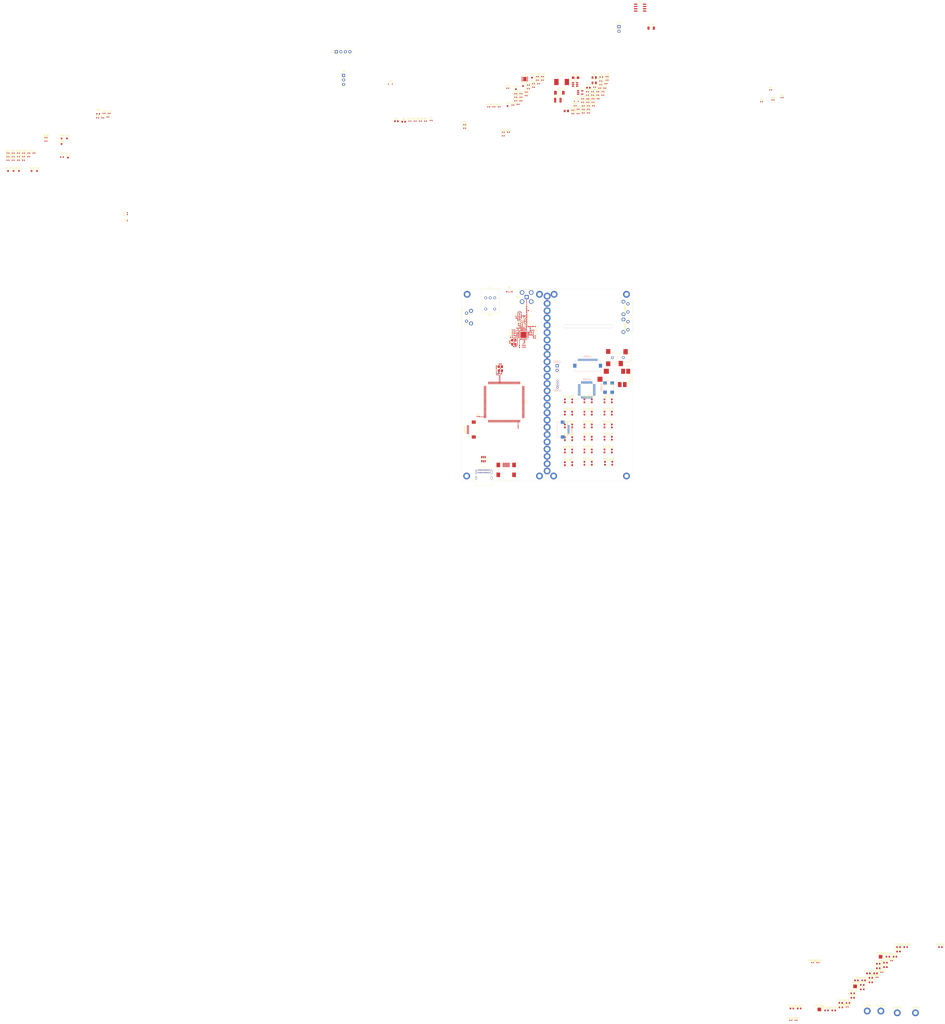
<source format=kicad_pcb>
(kicad_pcb (version 20211014) (generator pcbnew)
  (layers (0 "F.Cu" signal) (1 "In1.Cu" signal) (2 "In2.Cu" signal) (31 "B.Cu" signal) (34 "B.Paste" user) (35 "F.Paste" user) (36 "B.SilkS" user "B.Silkscreen") (37 "F.SilkS" user "F.Silkscreen") (38 "B.Mask" user) (39 "F.Mask" user) (44 "Edge.Cuts" user))
  (net 0 "")
  (net 1 "GND")
  (net 2 "XTAL_1")
  (net 3 "XTAL_2")
  (net 4 "Net-(C4-Pad2)")
  (net 5 "Net-(C5-Pad2)")
  (net 6 "CC_X1")
  (net 7 "CC_X2")
  (net 8 "Net-(C61-Pad1)")
  (net 9 "Net-(C173-Pad2)")
  (net 10 "Net-(C174-Pad1)")
  (net 11 "Net-(C175-Pad1)")
  (net 12 "Net-(C176-Pad1)")
  (net 13 "Net-(C191-Pad2)")
  (net 14 "MIC")
  (net 15 "Net-(C15-Pad2)")
  (net 16 "Net-(C16-Pad1)")
  (net 17 "Net-(C17-Pad1)")
  (net 18 "Net-(C18-Pad1)")
  (net 19 "Net-(C19-Pad1)")
  (net 20 "VDD")
  (net 21 "Net-(C22-Pad2)")
  (net 22 "Net-(C23-Pad1)")
  (net 23 "Net-(C23-Pad2)")
  (net 24 "Net-(C24-Pad1)")
  (net 25 "Net-(C25-Pad1)")
  (net 26 "Net-(C25-Pad2)")
  (net 27 "ENC_A")
  (net 28 "Net-(C26-Pad2)")
  (net 29 "+3V3")
  (net 30 "+5V")
  (net 31 "Net-(C35-Pad2)")
  (net 32 "Net-(C37-Pad1)")
  (net 33 "Net-(C38-Pad1)")
  (net 34 "Net-(C38-Pad2)")
  (net 35 "VDDA")
  (net 36 "LNA_P")
  (net 37 "Net-(C211-Pad1)")
  (net 38 "LNA_N")
  (net 39 "Net-(C231-Pad1)")
  (net 40 "PA")
  (net 41 "Net-(C231-Pad2)")
  (net 42 "Net-(C261-Pad1)")
  (net 43 "TRX_SW")
  (net 44 "Net-(C291-Pad1)")
  (net 45 "Net-(D1-Pad2)")
  (net 46 "Net-(D3-Pad1)")
  (net 47 "BAT_MEAS")
  (net 48 "Net-(F1-Pad1)")
  (net 49 "SPK_MUTE")
  (net 50 "Net-(J1-PadA5)")
  (net 51 "/Interface/xUDP")
  (net 52 "/Interface/xUDN")
  (net 54 "Net-(J1-PadB5)")
  (net 56 "Net-(J2-Pad1)")
  (net 57 "Net-(J2-Pad2)")
  (net 58 "NRST")
  (net 59 "SD_D2")
  (net 60 "SD_D3")
  (net 61 "SD_CMD")
  (net 62 "SD_CLK")
  (net 63 "SD_D0")
  (net 64 "SD_D1")
  (net 65 "SD_DET")
  (net 66 "USART1_RX")
  (net 67 "USART1_TX")
  (net 68 "OLED_RST")
  (net 69 "OLED_DC")
  (net 70 "OLED_CS")
  (net 71 "OLED_SPI_SCK")
  (net 72 "OLED_SPI_MOSI")
  (net 73 "Net-(J8-Pad1)")
  (net 74 "SWCLK")
  (net 75 "SWDIO")
  (net 76 "Net-(R5-Pad1)")
  (net 77 "ENC_B")
  (net 78 "Net-(R6-Pad1)")
  (net 79 "USB_DP")
  (net 80 "Net-(R141-Pad1)")
  (net 81 "Net-(R10-Pad1)")
  (net 82 "Net-(R11-Pad1)")
  (net 83 "MIC_GAIN")
  (net 84 "Net-(R12-Pad1)")
  (net 85 "ENC_BTN")
  (net 86 "AF_OUT")
  (net 87 "Net-(R20-Pad2)")
  (net 88 "Net-(R21-Pad2)")
  (net 89 "VBAT")
  (net 90 "Net-(C1002-Pad1)")
  (net 91 "Net-(C10-Pad1)")
  (net 92 "LED-PTT")
  (net 93 "LED-SYNC")
  (net 94 "BTN_F1")
  (net 95 "LED-ERROR")
  (net 96 "C1")
  (net 97 "R1")
  (net 98 "R2")
  (net 99 "R3")
  (net 100 "R4")
  (net 101 "C2")
  (net 102 "C3")
  (net 103 "AUDIO_MIC")
  (net 108 "SPK_P")
  (net 110 "RTC_X1")
  (net 111 "RTC_X2")
  (net 122 "SPK_N")
  (net 123 "Net-(D5-Pad2)")
  (net 124 "Net-(D6-Pad2)")
  (net 125 "MIC_MUTE")
  (net 128 "Net-(D6-Pad3)")
  (net 149 "Net-(D6-Pad4)")
  (net 159 "Net-(FB3-Pad2)")
  (net 160 "INT_SPK")
  (net 162 "USB_DM")
  (net 163 "CC_NCS")
  (net 164 "Net-(R36-Pad2)")
  (net 174 "CC_GPIO3")
  (net 175 "CC_GPIO2")
  (net 176 "CC_GPIO0")
  (net 178 "CC_SCLK")
  (net 179 "CC_MISO")
  (net 180 "CC_MOSI")
  (net 182 "CC_NRST")
  (net 183 "Net-(R29-Pad2)")
  (net 186 "PTT_IN")
  (net 187 "Net-(R37-Pad2)")
  (net 191 "Net-(C2-Pad2)")
  (net 192 "Net-(R40-Pad2)")
  (net 193 "Net-(R42-Pad2)")
  (net 194 "Net-(TP5-Pad1)")
  (net 195 "Net-(TP6-Pad1)")
  (net 196 "LED_SYNC")
  (net 197 "LED_PTT")
  (net 198 "LED_ERR")
  (net 199 "BOOT0")
  (net 200 "Net-(C1002-Pad2)")
  (net 202 "Net-(C1005-Pad2)")
  (net 203 "Net-(C1011-Pad1)")
  (net 204 "Net-(C1012-Pad1)")
  (net 205 "BTN_F2")
  (net 206 "Net-(J1001-Pad2)")
  (net 207 "TFT_RST")
  (net 208 "SPI1_MOSI")
  (net 209 "SPI1_CS")
  (net 210 "SPI1_SCK")
  (net 211 "Net-(J1003-Pad21)")
  (net 212 "TFT_LED")
  (net 213 "TX")
  (net 214 "RX")
  (net 215 "R6")
  (net 216 "R5")
  (net 217 "F1")
  (net 218 "F2")
  (net 219 "Net-(R8001-Pad2)")
  (net 220 "Net-(R8002-Pad2)")
  (net 229 "OSC")
  (footprint "Capacitor_SMD:C_0402_1005Metric" (layer "F.Cu") (at 172.572 -71.447)
    (fp_text reference "C39")
    (fp_text value "1u")
  )
  (footprint "Capacitor_SMD:C_0402_1005Metric" (layer "F.Cu") (at 172.862 -67.507)
    (fp_text reference "C57")
    (fp_text value "100nF")
  )
  (footprint "Capacitor_SMD:C_0402_1005Metric" (layer "F.Cu") (at 178.082 -73.487)
    (fp_text reference "C43")
    (fp_text value "100n")
  )
  (footprint "" (layer "F.Cu") (at 149.86 71.12)
    (fp_text reference "")
    (fp_text value "")
  )
  (footprint "Capacitor_SMD:C_0402_1005Metric" (layer "F.Cu") (at 178.082 -75.457)
    (fp_text reference "C38")
    (fp_text value "100n")
  )
  (footprint "" (layer "F.Cu") (at 149.86 79.248)
    (fp_text reference "")
    (fp_text value "")
  )
  (footprint "Inductor_SMD:L_0402_1005Metric" (layer "F.Cu") (at 133.555 50.341 90)
    (fp_text reference "L201")
    (fp_text value "27n")
  )
  (footprint "Capacitor_SMD:C_0603_1608Metric" (layer "F.Cu") (at 322.434 420.316)
    (fp_text reference "C1004")
    (fp_text value "100n")
  )
  (footprint "Capacitor_SMD:C_0402_1005Metric" (layer "F.Cu") (at 133.7375 111.660359 90)
    (fp_text reference "C4")
    (fp_text value "2u2")
  )
  (footprint "Resistor_SMD:R_0603_1608Metric" (layer "F.Cu") (at 313.754 435.376)
    (fp_text reference "R1006")
    (fp_text value "47k")
  )
  (footprint "Resistor_SMD:R_0402_1005Metric" (layer "F.Cu") (at 103.862 -55.057)
    (fp_text reference "R30")
    (fp_text value "47k")
  )
  (footprint "Capacitor_SMD:C_0402_1005Metric" (layer "F.Cu") (at 169.992 -65.537)
    (fp_text reference "C67")
    (fp_text value "100nF")
  )
  (footprint "Capacitor_SMD:C_0402_1005Metric" (layer "F.Cu") (at 169.702 -71.447)
    (fp_text reference "C66")
    (fp_text value "100nF")
  )
  (footprint "Resistor_SMD:R_0402_1005Metric" (layer "F.Cu") (at 300.894 410.406)
    (fp_text reference "R8003")
    (fp_text value "10k")
  )
  (footprint "Capacitor_SMD:C_0402_1005Metric" (layer "F.Cu") (at 144.402 -83.837)
    (fp_text reference "C28")
    (fp_text value "100n")
  )
  (footprint "Capacitor_SMD:C_0402_1005Metric" (layer "F.Cu") (at 172.862 -65.537)
    (fp_text reference "C36")
    (fp_text value "47n")
  )
  (footprint "Capacitor_SMD:C_0402_1005Metric" (layer "F.Cu") (at 135.262 -70.377)
    (fp_text reference "C17")
    (fp_text value "470n")
  )
  (footprint "Button_Switch_SMD:SW_Push_1P1T_NO_CK_KMR2" (layer "F.Cu") (at 161.798 118.11)
    (fp_text reference "SW1005")
    (fp_text value "SW_Push")
  )
  (footprint "Capacitor_SMD:C_0402_1005Metric" (layer "F.Cu") (at 130.915 58.576 180)
    (fp_text reference "C261")
    (fp_text value "47n")
  )
  (footprint "Capacitor_SMD:C_0402_1005Metric" (layer "F.Cu") (at 175.212 -75.427)
    (fp_text reference "C58")
    (fp_text value "100nF")
  )
  (footprint "Connector_USB:USB_Mini-B_Wuerth_65100516121_Horizontal" (layer "F.Cu") (at 127 135.373)
    (fp_text reference "J3")
    (fp_text value "Micro_SD_Card_Det")
  )
  (footprint "Connector_FFC-FPC:Hirose_FH12-10S-0.5SH_1x10-1MP_P0.50mm_Horizontal" (layer "F.Cu") (at 107.508 113.03 90)
    (fp_text reference "J6001")
    (fp_text value "HMI")
  )
  (footprint "Resistor_SMD:R_0402_1005Metric" (layer "F.Cu") (at -142.216 -41.192)
    (fp_text reference "R8")
    (fp_text value "10k")
  )
  (footprint "Resistor_SMD:R_0402_1005Metric" (layer "F.Cu") (at -148.036 -39.202)
    (fp_text reference "R41")
    (fp_text value "10k")
  )
  (footprint "Capacitor_SMD:C_0402_1005Metric" (layer "F.Cu") (at 138 49.656 180)
    (fp_text reference "C181")
    (fp_text value "5.1p")
  )
  (footprint "Button_Switch_SMD:SW_Push_1P1T_NO_CK_KMR2" (layer "F.Cu") (at 172.72 103.886)
    (fp_text reference "SW1009")
    (fp_text value "SW_Push")
  )
  (footprint "Capacitor_SMD:C_0402_1005Metric" (layer "F.Cu") (at 130.915 59.576 180)
    (fp_text reference "C271")
    (fp_text value "47n")
  )
  (footprint "Package_TO_SOT_SMD:SOT-23-6" (layer "F.Cu") (at 114.3 129.54 -90)
    (fp_text reference "U1")
    (fp_text value "USBLC6-2")
  )
  (footprint "Capacitor_SMD:C_0603_1608Metric" (layer "F.Cu") (at 329.084 416.366)
    (fp_text reference "C1012")
    (fp_text value "100n")
  )
  (footprint "Crystal:Crystal_SMD_3225-4Pin_3.2x2.5mm" (layer "F.Cu") (at 123.7645 79.0675 -90)
    (fp_text reference "Y1")
    (fp_text value "8 MHz")
  )
  (footprint "" (layer "F.Cu") (at 149.86 42.672)
    (fp_text reference "")
    (fp_text value "")
  )
  (footprint "Resistor_SMD:R_0402_1005Metric" (layer "F.Cu") (at 139.372 -77.187)
    (fp_text reference "R19")
    (fp_text value "2k")
  )
  (footprint "Capacitor_SMD:C_0402_1005Metric" (layer "F.Cu") (at 167.122 -65.597)
    (fp_text reference "C63")
    (fp_text value "100nF")
  )
  (footprint "" (layer "F.Cu") (at 149.86 58.928)
    (fp_text reference "")
    (fp_text value "")
  )
  (footprint "Resistor_SMD:R_0402_1005Metric" (layer "F.Cu") (at 125.382 -50.817)
    (fp_text reference "R33")
    (fp_text value "47k")
  )
  (footprint "TestPoint:TestPoint_Pad_D1.0mm" (layer "F.Cu") (at 136.392 -78.647)
    (fp_text reference "TP1")
    (fp_text value "TP_MIC")
  )
  (footprint "Button_Switch_SMD:SW_Push_1P1T_NO_CK_KMR2" (layer "F.Cu") (at 161.798 124.968)
    (fp_text reference "SW1006")
    (fp_text value "SW_Push")
  )
  (footprint "Button_Switch_SMD:SW_Push_1P1T_NO_CK_KMR2" (layer "F.Cu") (at 172.72 97.028)
    (fp_text reference "SW1008")
    (fp_text value "SW_Push")
  )
  (footprint "" (layer "F.Cu") (at 149.86 95.504)
    (fp_text reference "")
    (fp_text value "")
  )
  (footprint "TestPoint:TestPoint_Pad_D1.0mm" (layer "F.Cu") (at -134.706 -31.242)
    (fp_text reference "TP6")
    (fp_text value "TP_A")
  )
  (footprint "Capacitor_SMD:C_1210_3225Metric" (layer "F.Cu") (at 155.842 -70.697)
    (fp_text reference "C41")
    (fp_text value "22u")
  )
  (footprint "Resistor_SMD:R_0402_1005Metric" (layer "F.Cu") (at 125.382 -52.807)
    (fp_text reference "R34")
    (fp_text value "47k")
  )
  (footprint "Fuse:Fuse_0805_2012Metric" (layer "F.Cu") (at 176.112 -80.397)
    (fp_text reference "FB1")
    (fp_text value "FB0805")
  )
  (footprint "" (layer "F.Cu") (at 149.86 99.568)
    (fp_text reference "")
    (fp_text value "")
  )
  (footprint "" (layer "F.Cu") (at 149.86 119.888)
    (fp_text reference "")
    (fp_text value "")
  )
  (footprint "Fuse:Fuse_0805_2012Metric" (layer "F.Cu") (at 176.112 -83.347)
    (fp_text reference "FB2")
    (fp_text value "FB0805")
  )
  (footprint "TestPoint:TestPoint_Pad_D1.0mm" (layer "F.Cu") (at -137.756 -31.242)
    (fp_text reference "TP5")
    (fp_text value "TP_B")
  )
  (footprint "Capacitor_SMD:C_0402_1005Metric" (layer "F.Cu") (at 131.81 66.751 180)
    (fp_text reference "C311")
    (fp_text value "12p")
  )
  (footprint "" (layer "F.Cu") (at 149.86 67.056)
    (fp_text reference "")
    (fp_text value "")
  )
  (footprint "Capacitor_SMD:C_0402_1005Metric" (layer "F.Cu") (at 138.172 -73.237)
    (fp_text reference "C22")
    (fp_text value "1n")
  )
  (footprint "Capacitor_SMD:C_0402_1005Metric" (layer "F.Cu") (at 142.262 -79.897)
    (fp_text reference "C21")
    (fp_text value "2u2")
  )
  (footprint "Resistor_SMD:R_0402_1005Metric" (layer "F.Cu") (at 176.332 -77.927)
    (fp_text reference "R22")
    (fp_text value "126k")
  )
  (footprint "Crystal:Crystal_SMD_3225-4Pin_3.2x2.5mm" (layer "F.Cu") (at 131.265 64.276 -90)
    (fp_text reference "Y3")
    (fp_text value "40 MHz")
  )
  (footprint "Capacitor_SMD:C_0402_1005Metric" (layer "F.Cu") (at 175.732 -67.547)
    (fp_text reference "C56")
    (fp_text value "100nF")
  )
  (footprint "Inductor_SMD:L_0402_1005Metric" (layer "F.Cu") (at 136.08 49.676 180)
    (fp_text reference "L193")
    (fp_text value "15n")
  )
  (footprint "Button_Switch_SMD:SW_Push_1P1T_NO_CK_KMR2" (layer "F.Cu") (at 161.798 132.08)
    (fp_text reference "SW1007")
    (fp_text value "SW_Push")
  )
  (footprint "Resistor_SMD:R_0402_1005Metric" (layer "F.Cu") (at 164.232 -65.177)
    (fp_text reference "R20")
    (fp_text value "100k")
  )
  (footprint "" (layer "F.Cu") (at 194.1322 138.938)
    (fp_text reference "")
    (fp_text value "")
  )
  (footprint "Capacitor_SMD:C_0603_1608Metric" (layer "F.Cu") (at 334.594 413.526)
    (fp_text reference "C1005")
    (fp_text value "100n")
  )
  (footprint "Capacitor_SMD:C_0402_1005Metric" (layer "F.Cu") (at 175.442 -69.517)
    (fp_text reference "C72")
    (fp_text value "47n")
  )
  (footprint "Resistor_SMD:R_0402_1005Metric" (layer "F.Cu") (at 132.372 -72.337)
    (fp_text reference "R14")
    (fp_text value "10k")
  )
  (footprint "Resistor_SMD:R_0402_1005Metric" (layer "F.Cu") (at -84.328 -7.364 90)
    (fp_text reference "R25")
    (fp_text value "680R")
  )
  (footprint "Capacitor_SMD:C_0402_1005Metric" (layer "F.Cu") (at 134.43 66.736 -90)
    (fp_text reference "C11")
    (fp_text value "47n")
  )
  (footprint "Inductor_SMD:L_Vishay_IHLP-2525" (layer "F.Cu") (at 157.942 -80.847)
    (fp_text reference "L1")
    (fp_text value "10u")
  )
  (footprint "Resistor_SMD:R_0402_1005Metric" (layer "F.Cu") (at 141.6511 58.702583)
    (fp_text reference "R141")
    (fp_text value "56k")
  )
  (footprint "Diode_SMD:D_0603_1608Metric" (layer "F.Cu") (at 65.782 -58.977)
    (fp_text reference "D7")
    (fp_text value "Sync")
  )
  (footprint "Capacitor_SMD:C_0402_1005Metric" (layer "F.Cu") (at 183.302 -83.837)
    (fp_text reference "C59")
    (fp_text value "100nF")
  )
  (footprint "Resistor_SMD:R_0402_1005Metric" (layer "F.Cu") (at 269.496 -69.85)
    (fp_text reference "R1")
    (fp_text value "5k1")
  )
  (footprint "" (layer "F.Cu") (at 145.5928 37.592)
    (fp_text reference "")
    (fp_text value "")
  )
  (footprint "Resistor_SMD:R_0402_1005Metric" (layer "F.Cu") (at 179.772 -81.377)
    (fp_text reference "R23")
    (fp_text value "18k 1%")
  )
  (footprint "Resistor_SMD:R_0402_1005Metric" (layer "F.Cu") (at 172.322 -75.417)
    (fp_text reference "R35")
    (fp_text value "1k")
  )
  (footprint "TestPoint:TestPoint_Pad_D1.0mm" (layer "F.Cu") (at 127.792 -67.427)
    (fp_text reference "TP2")
    (fp_text value "TP_MIC_POST")
  )
  (footprint "Resistor_SMD:R_0402_1005Metric" (layer "F.Cu") (at 128.292 -52.807)
    (fp_text reference "R31")
    (fp_text value "47k")
  )
  (footprint "Capacitor_SMD:C_0402_1005Metric" (layer "F.Cu") (at 333.894 418.606)
    (fp_text reference "C8001")
    (fp_text value "100n")
  )
  (footprint "Diode_SMD:D_0603_1608Metric" (layer "F.Cu") (at 290.474 435.976)
    (fp_text reference "D1002")
    (fp_text value "LED")
  )
  (footprint "Inductor_SMD:L_0402_1005Metric" (layer "F.Cu") (at 137.97 52.646 180)
    (fp_text reference "L172")
    (fp_text value "15n")
  )
  (footprint "Resistor_SMD:R_0402_1005Metric" (layer "F.Cu") (at 121.5045 78.0575 90)
    (fp_text reference "R7")
    (fp_text value "0R")
  )
  (footprint "Resistor_SMD:R_0402_1005Metric" (layer "F.Cu") (at -97.386 -63.312)
    (fp_text reference "R9")
    (fp_text value "10k")
  )
  (footprint "Capacitor_SMD:C_0402_1005Metric" (layer "F.Cu") (at 111.3575 105.7415)
    (fp_text reference "C5")
    (fp_text value "2u2")
  )
  (footprint "" (layer "F.Cu") (at 149.86 119.888)
    (fp_text reference "")
    (fp_text value "")
  )
  (footprint "Button_Switch_THT:SW_Tactile_SPST_Angled_PTS645Vx31-2LFS" (layer "F.Cu") (at 194.9475 52.843 -90)
    (fp_text reference "SW8001")
    (fp_text value "F1")
  )
  (footprint "Button_Switch_SMD:SW_Push_1P1T_NO_CK_KMR2" (layer "F.Cu") (at 172.72 124.968)
    (fp_text reference "SW1012")
    (fp_text value "SW_Push")
  )
  (footprint "Capacitor_SMD:C_0402_1005Metric" (layer "F.Cu") (at 178.312 -71.517)
    (fp_text reference "C30")
    (fp_text value "47n")
  )
  (footprint "" (layer "F.Cu") (at 149.86 62.992)
    (fp_text reference "")
    (fp_text value "")
  )
  (footprint "" (layer "F.Cu") (at 149.86 115.824)
    (fp_text reference "")
    (fp_text value "")
  )
  (footprint "Inductor_SMD:L_0603_1608Metric" (layer "F.Cu") (at 339.944 407.066)
    (fp_text reference "FB1001")
    (fp_text value "Ferrite_Bead")
  )
  (footprint "Capacitor_SMD:C_0402_1005Metric" (layer "F.Cu") (at 141.96 57.636)
    (fp_text reference "C172")
    (fp_text value "100p")
  )
  (footprint "Capacitor_SMD:C_0603_1608Metric" (layer "F.Cu") (at 326.444 420.316)
    (fp_text reference "C1011")
    (fp_text value "100n")
  )
  (footprint "Diode_SMD:D_SOD-523" (layer "F.Cu") (at 180.092 -83.597)
    (fp_text reference "D4")
    (fp_text value "3v3")
  )
  (footprint "Capacitor_SMD:C_0402_1005Metric" (layer "F.Cu") (at 142.71 60.846)
    (fp_text reference "C131")
    (fp_text value "47n")
  )
  (footprint "Resistor_SMD:R_0402_1005Metric" (layer "F.Cu") (at 82.022 -59.007)
    (fp_text reference "R3")
    (fp_text value "22")
  )
  (footprint "" (layer "F.Cu") (at 149.86 95.504)
    (fp_text reference "")
    (fp_text value "")
  )
  (footprint "Resistor_SMD:R_0603_1608Metric" (layer "F.Cu") (at 338.604 410.416)
    (fp_text reference "R1009")
    (fp_text value "47k")
  )
  (footprint "Capacitor_SMD:C_0402_1005Metric" (layer "F.Cu") (at 123.7345 81.7575 180)
    (fp_text reference "C3")
    (fp_text value "12p")
  )
  (footprint "Capacitor_SMD:C_0402_1005Metric" (layer "F.Cu") (at 142.84 55.556)
    (fp_text reference "C171")
    (fp_text value "10n")
  )
  (footprint "Capacitor_SMD:C_0402_1005Metric" (layer "F.Cu") (at -95.176 -61.332)
    (fp_text reference "C8")
    (fp_text value "10nF")
  )
  (footprint "Capacitor_SMD:C_0402_1005Metric" (layer "F.Cu") (at 130.752 -67.967)
    (fp_text reference "C15")
    (fp_text value "100n")
  )
  (footprint "" (layer "F.Cu") (at 149.86 87.376)
    (fp_text reference "")
    (fp_text value "")
  )
  (footprint "Resistor_SMD:R_0402_1005Metric" (layer "F.Cu") (at 172.322 -73.427)
    (fp_text reference "R21")
    (fp_text value "24k")
  )
  (footprint "" (layer "F.Cu") (at 149.86 103.632)
    (fp_text reference "")
    (fp_text value "")
  )
  (footprint "" (layer "F.Cu") (at 149.86 111.76)
    (fp_text reference "")
    (fp_text value "")
  )
  (footprint "Capacitor_SMD:C_0402_1005Metric" (layer "F.Cu") (at 147.272 -83.837)
    (fp_text reference "C25")
    (fp_text value "15p")
  )
  (footprint "Package_SO:SOIC-8_3.9x4.9mm_P1.27mm" (layer "F.Cu") (at 201.772 -122.342)
    (fp_text reference "IC1")
    (fp_text value "LM4861M")
  )
  (footprint "Resistor_SMD:R_0402_1005Metric" (layer "F.Cu") (at 79.112 -59.007)
    (fp_text reference "R28")
    (fp_text value "680R")
  )
  (footprint "TestPoint:TestPoint_Pad_2.0x2.0mm" (layer "F.Cu") (at 301.704 436.516)
    (fp_text reference "TP1003")
    (fp_text value "TestPoint")
  )
  (footprint "Inductor_SMD:L_0402_1005Metric" (layer "F.Cu") (at 138.42 45.126 90)
    (fp_text reference "L174")
    (fp_text value "22n")
  )
  (footprint "" (layer "F.Cu") (at 149.86 54.864)
    (fp_text reference "")
    (fp_text value "")
  )
  (footprint "Capacitor_SMD:C_0402_1005Metric" (layer "F.Cu") (at 182.662 -79.897)
    (fp_text reference "C9")
    (fp_text value "100nF")
  )
  (footprint "Capacitor_SMD:C_0603_1608Metric" (layer "F.Cu") (at 330.454 421.386)
    (fp_text reference "C1001")
    (fp_text value "10n")
  )
  (footprint "Resistor_SMD:R_0603_1608Metric" (layer "F.Cu") (at 317.694 432.866)
    (fp_text reference "R1001")
    (fp_text value "10k")
  )
  (footprint "Capacitor_SMD:C_0402_1005Metric" (layer "F.Cu") (at 147.272 -81.867)
    (fp_text reference "C26")
    (fp_text value "100n")
  )
  (footprint "TestPoint:TestPoint_Pad_D1.0mm" (layer "F.Cu") (at -144.776 -31.242)
    (fp_text reference "TP10")
    (fp_text value "TP_5V")
  )
  (footprint "TestPoint:TestPoint_Pad_D1.0mm" (layer "F.Cu") (at -117.986 -49.332)
    (fp_text reference "TP7")
    (fp_text value "TP_CC0")
  )
  (footprint "" (layer "F.Cu") (at 149.86 38.608)
    (fp_text reference "")
    (fp_text value "")
  )
  (footprint "Resistor_SMD:R_0402_1005Metric" (layer "F.Cu") (at -148.036 -37.212)
    (fp_text reference "R37")
    (fp_text value "10k")
  )
  (footprint "Package_TO_SOT_SMD:SOT-23-5" (layer "F.Cu") (at 168.292 -74.997)
    (fp_text reference "U7")
    (fp_text value "TPS73233")
  )
  (footprint "Button_Switch_SMD:SW_Push_1P1T_NO_CK_KMR2" (layer "F.Cu") (at 183.896 117.856)
    (fp_text reference "SW1018")
    (fp_text value "SW_Push")
  )
  (footprint "Capacitor_Tantalum_SMD:CP_EIA-3216-18_Kemet-A" (layer "F.Cu") (at 165.737 -83.247)
    (fp_text reference "C42")
    (fp_text value "10u")
  )
  (footprint "Capacitor_SMD:C_0402_1005Metric" (layer "F.Cu") (at 142.262 -77.927)
    (fp_text reference "C24")
    (fp_text value "100n")
  )
  (footprint "Capacitor_SMD:C_0402_1005Metric" (layer "F.Cu") (at 288.724 442.556)
    (fp_text reference "C2001")
    (fp_text value "100nF")
  )
  (footprint "Capacitor_SMD:C_0402_1005Metric" (layer "F.Cu") (at 140.91 55.536 180)
    (fp_text reference "C173")
    (fp_text value "56p")
  )
  (footprint "Resistor_SMD:R_0402_1005Metric" (layer "F.Cu") (at 76.202 -59.007)
    (fp_text reference "R26")
    (fp_text value "680R")
  )
  (footprint "Capacitor_SMD:C_0402_1005Metric" (layer "F.Cu") (at 129.92 61.576 180)
    (fp_text reference "C291")
    (fp_text value "47n")
  )
  (footprint "Inductor_SMD:L_0402_1005Metric" (layer "F.Cu") (at 134.58 49.266 90)
    (fp_text reference "L192")
    (fp_text value "27n")
  )
  (footprint "" (layer "F.Cu") (at 149.86 50.8)
    (fp_text reference "")
    (fp_text value "")
  )
  (footprint "Capacitor_SMD:C_0402_1005Metric" (layer "F.Cu") (at 138.44 51.146 -90)
    (fp_text reference "C176")
    (fp_text value "2.2p")
  )
  (footprint "Capacitor_SMD:C_0402_1005Metric" (layer "F.Cu") (at -98.046 -60.852)
    (fp_text reference "C1")
    (fp_text value "10nF")
  )
  (footprint "Capacitor_SMD:C_0402_1005Metric" (layer "F.Cu") (at -142.276 -37.222)
    (fp_text reference "C12")
    (fp_text value "10nF")
  )
  (footprint "Capacitor_SMD:C_0603_1608Metric" (layer "F.Cu") (at 320.334 430.026)
    (fp_text reference "C1006")
    (fp_text value "1u")
  )
  (footprint "Resistor_SMD:R_0402_1005Metric" (layer "F.Cu") (at 165.472 -67.577)
    (fp_text reference "R24")
    (fp_text value "10k 1%")
  )
  (footprint "Capacitor_SMD:C_0402_1005Metric" (layer "F.Cu") (at 138.87 46.636)
    (fp_text reference "C175")
    (fp_text value "6.2p")
  )
  (footprint "digikey-footprints:0603" (layer "F.Cu") (at -100.616 -63.072)
    (fp_text reference "FB3")
    (fp_text value "BLM18AG601SN1D")
  )
  (footprint "Resistor_SMD:R_0402_1005Metric" (layer "F.Cu") (at 139.372 -79.177)
    (fp_text reference "R15")
    (fp_text value "2k2")
  )
  (footprint "Capacitor_SMD:C_0402_1005Metric" (layer "F.Cu") (at -139.326 -41.202)
    (fp_text reference "C13")
    (fp_text value "100nF")
  )
  (footprint "" (layer "F.Cu") (at 149.86 58.928)
    (fp_text reference "")
    (fp_text value "")
  )
  (footprint "Capacitor_SMD:C_0402_1005Metric" (layer "F.Cu") (at -94.496 -63.322)
    (fp_text reference "C10")
    (fp_text value "220p")
  )
  (footprint "" (layer "F.Cu") (at 149.86 62.992)
    (fp_text reference "")
    (fp_text value "")
  )
  (footprint "Resistor_SMD:R_0402_1005Metric" (layer "F.Cu") (at -129.746 -49.862)
    (fp_text reference "R38")
    (fp_text value "10k")
  )
  (footprint "Capacitor_SMD:C_0402_1005Metric" (layer "F.Cu") (at 142.76 61.956)
    (fp_text reference "C121")
    (fp_text value "47n")
  )
  (footprint "Capacitor_SMD:C_0402_1005Metric" (layer "F.Cu") (at 135.262 -72.347)
    (fp_text reference "C23")
    (fp_text value "220n")
  )
  (footprint "" (layer "F.Cu") (at 149.86 103.632)
    (fp_text reference "")
    (fp_text value "")
  )
  (footprint "Capacitor_SMD:C_0402_1005Metric" (layer "F.Cu") (at 172.572 -69.477)
    (fp_text reference "C68")
    (fp_text value "10nF")
  )
  (footprint "Button_Switch_SMD:SW_Push_1P1T_NO_CK_KMR2" (layer "F.Cu") (at 183.896 97.028)
    (fp_text reference "SW1015")
    (fp_text value "SW_Push")
  )
  (footprint "Resistor_SMD:R_0603_1608Metric" (layer "F.Cu") (at 349.904 401.716)
    (fp_text reference "R1008")
    (fp_text value "47k")
  )
  (footprint "Package_DFN_QFN:QFN-32-1EP_5x5mm_P0.5mm_EP3.45x3.45mm" (layer "F.Cu") (at 136.69 60.201 90)
    (fp_text reference "U4")
    (fp_text value "CC1200")
  )
  (footprint "Package_QFP:LQFP-144_20x20mm_P0.5mm" (layer "F.Cu") (at 125.8795 97.668 -90)
    (fp_text reference "U3")
    (fp_text value "STM32F427ZGTx")
  )
  (footprint "Resistor_SMD:R_0402_1005Metric" (layer "F.Cu") (at -150.946 -39.202)
    (fp_text reference "R29")
    (fp_text value "10k")
  )
  (footprint "" (layer "F.Cu") (at 145.5928 138.938)
    (fp_text reference "")
    (fp_text value "")
  )
  (footprint "Button_Switch_SMD:SW_Push_1P1T_NO_CK_KMR2" (layer "F.Cu") (at 172.72 131.826)
    (fp_text reference "SW1013")
    (fp_text value "SW_Push")
  )
  (footprint "Resistor_SMD:R_0402_1005Metric" (layer "F.Cu") (at 127.872 -77.377)
    (fp_text reference "R16")
    (fp_text value "22k")
  )
  (footprint "MountingHole:MountingHole_2.2mm_M2_ISO14580_Pad" (layer "F.Cu") (at 336.042 437.388)
    (fp_text reference "H1003")
    (fp_text value "M2")
  )
  (footprint "Button_Switch_THT:SW_Tactile_SPST_Angled_PTS645Vx31-2LFS" (layer "F.Cu") (at 194.9475 42.937 -90)
    (fp_text reference "SW8002")
    (fp_text value "F2")
  )
  (footprint "Button_Switch_SMD:SW_Push_1P1T_NO_CK_KMR2" (layer "F.Cu") (at 183.896 110.998)
    (fp_text reference "SW1017")
    (fp_text value "SW_Push")
  )
  (footprint "Capacitor_SMD:C_0402_1005Metric" (layer "F.Cu") (at 135.03 50.741)
    (fp_text reference "C191")
    (fp_text value "5.1p")
  )
  (footprint "" (layer "F.Cu") (at 149.86 50.8)
    (fp_text reference "")
    (fp_text value "")
  )
  (footprint "Capacitor_SMD:C_0402_1005Metric" (layer "F.Cu") (at 175.212 -73.457)
    (fp_text reference "C34")
    (fp_text value "47n")
  )
  (footprint "Capacitor_SMD:C_0402_1005Metric" (layer "F.Cu") (at 342.044 409.306)
    (fp_text reference "C8002")
    (fp_text value "100n")
  )
  (footprint "Inductor_SMD:L_0402_1005Metric" (layer "F.Cu") (at 138.915 55.601)
    (fp_text reference "L171")
    (fp_text value "56n")
  )
  (footprint "Capacitor_SMD:C_0603_1608Metric" (layer "F.Cu") (at 334.594 411.016)
    (fp_text reference "C1008")
    (fp_text value "1u")
  )
  (footprint "Capacitor_SMD:C_0402_1005Metric" (layer "F.Cu") (at 134.86 54.27739 90)
    (fp_text reference "C211")
    (fp_text value "10n")
  )
  (footprint "Connector_Coaxial:SMA_Amphenol_901-143_Horizontal" (layer "F.Cu") (at 138.43 39.116)
    (fp_text reference "J8")
    (fp_text value "Conn_Coaxial")
    (fp_line (start 4.3 -4.5) (end -4.3 -4.5) (layer "Edge.Cuts") (width 0.1))
  )
  (footprint "" (layer "F.Cu") (at 149.86 107.696)
    (fp_text reference "")
    (fp_text value "")
  )
  (footprint "" (layer "F.Cu") (at 104.9528 138.938)
    (fp_text reference "")
    (fp_text value "")
  )
  (footprint "" (layer "F.Cu") (at 149.86 54.864)
    (fp_text reference "")
    (fp_text value "")
  )
  (footprint "Resistor_SMD:R_0402_1005Metric" (layer "F.Cu") (at 117.272 -67.007)
    (fp_text reference "R13")
    (fp_text value "150k")
  )
  (footprint "Inductor_SMD:L_0402_1005Metric" (layer "F.Cu") (at 134.03 51.816 180)
    (fp_text reference "L191")
    (fp_text value "56n")
  )
  (footprint "" (layer "F.Cu") (at 105.2068 37.592)
    (fp_text reference "")
    (fp_text value "")
  )
  (footprint "Capacitor_SMD:C_0402_1005Metric" (layer "F.Cu") (at 180.952 -75.457)
    (fp_text reference "C32")
    (fp_text value "47n")
  )
  (footprint "" (layer "F.Cu") (at 149.86 111.76)
    (fp_text reference "")
    (fp_text value "")
  )
  (footprint "" (layer "F.Cu") (at 149.86 71.12)
    (fp_text reference "")
    (fp_text value "")
  )
  (footprint "Package_DFN_QFN:DFN-14-1EP_3x3mm_P0.4mm_EP1.78x2.35mm" (layer "F.Cu") (at 137.392 -82.497)
    (fp_text reference "U5")
    (fp_text value "MAX9814")
  )
  (footprint "Capacitor_SMD:C_0402_1005Metric" (layer "F.Cu") (at 141.6711 59.762583)
    (fp_text reference "C151")
    (fp_text value "47n")
  )
  (footprint "Resistor_SMD:R_0402_1005Metric" (layer "F.Cu") (at 135.282 -74.327)
    (fp_text reference "R11")
    (fp_text value "0")
  )
  (footprint "Capacitor_SMD:C_0402_1005Metric" (layer "F.Cu") (at -142.236 -39.212)
    (fp_text reference "C29")
    (fp_text value "100n")
  )
  (footprint "" (layer "F.Cu") (at 194.1322 37.592)
    (fp_text reference "")
    (fp_text value "")
  )
  (footprint "Capacitor_SMD:C_0402_1005Metric" (layer "F.Cu") (at 179.222 -77.427)
    (fp_text reference "C65")
    (fp_text value "100nF")
  )
  (footprint "Capacitor_SMD:C_0402_1005Metric" (layer "F.Cu") (at 144.402 -81.867)
    (fp_text reference "C18")
    (fp_text value "100n")
  )
  (footprint "MountingHole:MountingHole_2.2mm_M2_ISO14580_Pad" (layer "F.Cu") (at 355.346 438.404)
    (fp_text reference "H1004")
    (fp_text value "M2")
  )
  (footprint "Diode_SMD:D_0603_1608Metric" (layer "F.Cu") (at 69.832 -58.707)
    (fp_text reference "D8")
    (fp_text value "Error")
  )
  (footprint "Button_Switch_SMD:SW_Push_1P1T_NO_CK_KMR2" (layer "F.Cu") (at 183.896 124.968)
    (fp_text reference "SW1019")
    (fp_text value "SW_Push")
  )
  (footprint "Resistor_SMD:R_0402_1005Metric" (layer "F.Cu") (at -150.946 -37.212)
    (fp_text reference "R43")
    (fp_text value "10k")
  )
  (footprint "Capacitor_SMD:C_0402_1005Metric" (layer "F.Cu") (at 130.915 57.501 180)
    (fp_text reference "C251")
    (fp_text value "47n")
  )
  (footprint "Button_Switch_SMD:SW_Push_1P1T_NO_CK_KMR2" (layer "F.Cu") (at 161.798 97.028)
    (fp_text reference "SW1002")
    (fp_text value "SW_Push")
  )
  (footprint "Connector_PinHeader_2.54mm:PinHeader_1x02_P2.54mm_Vertical" (layer "F.Cu") (at 189.947 -111.692)
    (fp_text reference "LS1")
    (fp_text value "Speaker")
  )
  (footprint "Capacitor_SMD:C_0402_1005Metric" (layer "F.Cu") (at 183.302 -81.867)
    (fp_text reference "C60")
    (fp_text value "100nF")
  )
  (footprint "Connector_USB:USB_C_Receptacle_GCT_USB4085" (layer "F.Cu") (at 111.579 135.675)
    (fp_text reference "J1")
    (fp_text value "USB_C")
  )
  (footprint "Diode_SMD:D_0201_0603Metric" (layer "F.Cu") (at -84.328 -3.556 90)
    (fp_text reference "D5")
    (fp_text value "Power")
  )
  (footprint "Capacitor_SMD:C_0402_1005Metric" (layer "F.Cu") (at 167.082 -63.197)
    (fp_text reference "C33")
    (fp_text value "47n")
  )
  (footprint "Button_Switch_SMD:SW_Push_1P1T_NO_CK_KMR2" (layer "F.Cu") (at 172.72 110.998)
    (fp_text reference "SW1010")
    (fp_text value "SW_Push")
  )
  (footprint "Diode_SMD:D_SOD-323" (layer "F.Cu") (at 62.442 -79.652)
    (fp_text reference "D1")
    (fp_text value "BAT60A")
  )
  (footprint "Capacitor_SMD:C_0402_1005Metric" (layer "F.Cu") (at -136.456 -41.202)
    (fp_text reference "C1")
    (fp_text value "10nF")
  )
  (footprint "Capacitor_SMD:C_0402_1005Metric" (layer "F.Cu") (at 133.537 56.452359 180)
    (fp_text reference "C231")
    (fp_text value "1.5n")
  )
  (footprint "Diode_SMD:D_SOD-323" (layer "F.Cu") (at 166.142 -70.047)
    (fp_text reference "D3")
    (fp_text value "BAT60A")
  )
  (footprint "Diode_SMD:D_0603_1608Metric" (layer "F.Cu") (at 286.424 435.976)
    (fp_text reference "D1001")
    (fp_text value "LED")
  )
  (footprint "Capacitor_SMD:C_0402_1005Metric" (layer "F.Cu") (at 182.092 -77.427)
    (fp_text reference "C45")
    (fp_text value "100n")
  )
  (footprint "TestPoint:TestPoint_Pad_2.0x2.0mm" (layer "F.Cu") (at 321.654 423.636)
    (fp_text reference "TP1001")
    (fp_text value "TestPoint")
  )
  (footprint "" (layer "F.Cu") (at 149.86 87.376)
    (fp_text reference "")
    (fp_text value "")
  )
  (footprint "" (layer "F.Cu") (at 149.86 46.736)
    (fp_text reference "")
    (fp_text value "")
  )
  (footprint "Resistor_SMD:R_0603_1608Metric" (layer "F.Cu") (at 320.334 427.516)
    (fp_text reference "R1010")
    (fp_text value "47k")
  )
  (footprint "Capacitor_SMD:C_0402_1005Metric" (layer "F.Cu") (at 130.915 60.601 180)
    (fp_text reference "C281")
    (fp_text value "47n")
  )
  (footprint "Resistor_SMD:R_0402_1005Metric" (layer "F.Cu") (at 132.372 -70.347)
    (fp_text reference "R18")
    (fp_text value "47k")
  )
  (footprint "Capacitor_SMD:C_0402_1005Metric" (layer "F.Cu") (at 132.53 50.366 90)
    (fp_text reference "C201")
    (fp_text value "5.1p")
  )
  (footprint "Resistor_SMD:R_0402_1005Metric" (layer "F.Cu") (at 297.984 410.406)
    (fp_text reference "R8004")
    (fp_text value "10k")
  )
  (footprint "Resistor_SMD:R_0603_1608Metric" (layer "F.Cu") (at 345.894 401.716)
    (fp_text reference "R1002")
    (fp_text value "47R")
  )
  (footprint "Resistor_SMD:R_0603_1608Metric" (layer "F.Cu") (at 305.734 437.076)
    (fp_text reference "R1007")
    (fp_text value "47k")
  )
  (footprint "Capacitor_SMD:C_0402_1005Metric" (layer "F.Cu") (at 172.822 -63.567)
    (fp_text reference "C29")
    (fp_text value "47n")
  )
  (footprint "Capacitor_SMD:C_0402_1005Metric" (layer "F.Cu") (at 169.992 -67.507)
    (fp_text reference "C31")
    (fp_text value "47n")
  )
  (footprint "" (layer "F.Cu") (at 149.86 99.568)
    (fp_text reference "")
    (fp_text value "")
  )
  (footprint "" (layer "F.Cu") (at 149.86 136.144)
    (fp_text reference "")
    (fp_text value "")
  )
  (footprint "Capacitor_SMD:C_0402_1005Metric" (layer "F.Cu") (at 169.952 -63.567)
    (fp_text reference "C64")
    (fp_text value "100nF")
  )
  (footprint "Capacitor_SMD:C_0402_1005Metric" (layer "F.Cu") (at 164.212 -63.197)
    (fp_text reference "C46")
    (fp_text value "1u")
  )
  (footprint "" (layer "F.Cu") (at 149.86 132.08)
    (fp_text reference "")
    (fp_text value "")
  )
  (footprint "TestPoint:TestPoint_Pad_D1.0mm" (layer "F.Cu") (at -117.486 -38.662)
    (fp_text reference "TP13")
    (fp_text value "TP_SPK_P")
  )
  (footprint "Capacitor_SMD:C_0402_1005Metric" (layer "F.Cu") (at 138.172 -75.207)
    (fp_text reference "C19")
    (fp_text value "2u2")
  )
  (footprint "Fuse:Fuse_0805_2012Metric" (layer "F.Cu") (at 160.572 -64.697)
    (fp_text reference "F1")
    (fp_text value "Polyfuse")
  )
  (footprint "Capacitor_SMD:C_0402_1005Metric" (layer "F.Cu") (at 145.132 -79.897)
    (fp_text reference "C16")
    (fp_text value "100n")
  )
  (footprint "Resistor_SMD:R_0402_1005Metric" (layer "F.Cu") (at 120.182 -67.007)
    (fp_text reference "R12")
    (fp_text value "100k")
  )
  (footprint "" (layer "F.Cu") (at 149.86 123.952)
    (fp_text reference "")
    (fp_text value "")
  )
  (footprint "Diode_SMD:D_SOD-128" (layer "F.Cu") (at 156.692 -74.847)
    (fp_text reference "D2")
    (fp_text value "DFLT18A-7 ")
  )
  (footprint "Capacitor_SMD:C_0603_1608Metric" (layer "F.Cu") (at 330.454 418.876)
    (fp_text reference "C1009")
    (fp_text value "1u")
  )
  (footprint "Capacitor_SMD:C_0402_1005Metric" (layer "F.Cu") (at 180.952 -73.487)
    (fp_text reference "C71")
    (fp_text value "47n")
  )
  (footprint "TR-9:SPK_EXT" (layer "F.Cu") (at 195.326 72.898 180)
    (fp_text reference "J12")
    (fp_text value "SPK_EXT" hide)
  )
  (footprint "Resistor_SMD:R_0402_1005Metric" (layer "F.Cu") (at -148.036 -41.192)
    (fp_text reference "R9")
    (fp_text value "10k")
  )
  (footprint "Button_Switch_SMD:SW_Push_1P1T_NO_CK_KMR2" (layer "F.Cu") (at 172.72 117.856)
    (fp_text reference "SW1011")
    (fp_text value "SW_Push")
  )
  (footprint "" (layer "F.Cu") (at 149.86 91.44)
    (fp_text reference "")
    (fp_text value "")
  )
  (footprint "Resistor_SMD:R_0402_1005Metric" (layer "F.Cu") (at -100.936 -60.842)
    (fp_text reference "R8")
    (fp_text value "10k")
  )
  (footprint "" (layer "F.Cu") (at 153.4922 138.938)
    (fp_text reference "")
    (fp_text value "")
  )
  (footprint "Capacitor_SMD:C_0603_1608Metric" (layer "F.Cu") (at 338.604 412.926)
    (fp_text reference "C1002")
    (fp_text value "100n")
  )
  (footprint "" (layer "F.Cu") (at 149.86 38.608)
    (fp_text reference "")
    (fp_text value "")
  )
  (footprint "Resistor_SMD:R_0402_1005Metric" (layer "F.Cu") (at 73.292 -59.007)
    (fp_text reference "R27")
    (fp_text value "680R")
  )
  (footprint "Button_Switch_SMD:SW_Push_1P1T_NO_CK_KMR2" (layer "F.Cu") (at 184.15 131.826)
    (fp_text reference "SW1020")
    (fp_text value "SW_Push")
  )
  (footprint "Resistor_SMD:R_0402_1005Metric" (layer "F.Cu") (at 140.43 57.146 90)
    (fp_text reference "R171")
    (fp_text value "18")
  )
  (footprint "" (layer "F.Cu") (at 149.86 75.184)
    (fp_text reference "")
    (fp_text value "")
  )
  (footprint "MountingHole:MountingHole_2.2mm_M2_ISO14580_Pad" (layer "F.Cu") (at 345.186 438.404)
    (fp_text reference "H1002")
    (fp_text value "M2")
  )
  (footprint "Button_Switch_SMD:SW_Push_1P1T_NO_CK_KMR2" (layer "F.Cu") (at 161.798 110.998)
    (fp_text reference "SW1004")
    (fp_text value "SW_Push")
  )
  (footprint "Capacitor_SMD:C_0402_1005Metric" (layer "F.Cu") (at -139.366 -39.212)
    (fp_text reference "C14")
    (fp_text value "100n")
  )
  (footprint "TestPoint:TestPoint_Pad_D1.0mm" (layer "F.Cu") (at 132.442 -76.847)
    (fp_text reference "TP3")
    (fp_text value "TP_SPK_PRE")
  )
  (footprint "Connector_PinHeader_2.54mm:PinHeader_1x04_P2.54mm_Vertical" (layer "F.Cu") (at 32.244 -97.729 90)
    (fp_text reference "J2")
    (fp_text value "STLink")
  )
  (footprint "Resistor_SMD:R_0402_1005Metric" (layer "F.Cu") (at 132.372 -74.327)
    (fp_text reference "R10")
    (fp_text value "2k2")
  )
  (footprint "Capacitor_SMD:C_0402_1005Metric" (layer "F.Cu") (at 175.442 -71.487)
    (fp_text reference "C35")
    (fp_text value "10n")
  )
  (footprint "Capacitor_SMD:C_0603_1608Metric" (layer "F.Cu") (at 333.094 416.366)
    (fp_text reference "C1003")
    (fp_text value "100n")
  )
  (footprint "Capacitor_SMD:C_0402_1005Metric" (layer "F.Cu") (at 133.622 -68.367)
    (fp_text reference "C20")
    (fp_text value "100n")
  )
  (footprint "Resistor_SMD:R_0402_1005Metric" (layer "F.Cu") (at -129.746 -47.872)
    (fp_text reference "R39")
    (fp_text value "47k")
  )
  (footprint "" (layer "F.Cu") (at 149.86 83.312)
    (fp_text reference "")
    (fp_text value "")
  )
  (footprint "" (layer "F.Cu") (at 149.86 123.952)
    (fp_text reference "")
    (fp_text value "")
  )
  (footprint "" (layer "F.Cu") (at 149.86 107.696)
    (fp_text reference "")
    (fp_text value "")
  )
  (footprint "Capacitor_SMD:C_0402_1005Metric" (layer "F.Cu") (at 179.752 -79.397)
    (fp_text reference "C40")
    (fp_text value "100n")
  )
  (footprint "" (layer "F.Cu") (at 149.86 79.248)
    (fp_text reference "")
    (fp_text value "")
  )
  (footprint "Button_Switch_SMD:SW_Push_1P1T_NO_CK_KMR2" (layer "F.Cu") (at 161.798 103.886)
    (fp_text reference "SW1003")
    (fp_text value "SW_Push")
  )
  (footprint "Connector_PinHeader_2.54mm:PinHeader_1x03_P2.54mm_Vertical" (layer "F.Cu") (at 36.322 -84.567)
    (fp_text reference "J6")
    (fp_text value "UART")
  )
  (footprint "Capacitor_SMD:C_0402_1005Metric" (layer "F.Cu") (at 169.702 -69.477)
    (fp_text reference "C62")
    (fp_text value "100nF")
  )
  (footprint "Resistor_SMD:R_0402_1005Metric" (layer "F.Cu") (at 317.214 435.116)
    (fp_text reference "R8001")
    (fp_text value "10k")
  )
  (footprint "Resistor_SMD:R_0402_1005Metric" (layer "F.Cu") (at 103.862 -57.047)
    (fp_text reference "R32")
    (fp_text value "47k")
  )
  (footprint "Resistor_SMD:R_0402_1005Metric" (layer "F.Cu") (at -145.126 -39.202)
    (fp_text reference "R40")
    (fp_text value "10k")
  )
  (footprint "Resistor_SMD:R_0402_1005Metric" (layer "F.Cu") (at 336.554 415.776)
    (fp_text reference "R8002")
    (fp_text value "10k")
  )
  (footprint "Resistor_SMD:R_0603_1608Metric" (layer "F.Cu") (at 369.294 401.716)
    (fp_text reference "R6001")
    (fp_text value "10k")
  )
  (footprint "" (layer "F.Cu") (at 149.86 46.736)
    (fp_text reference "")
    (fp_text value "")
  )
  (footprint "Resistor_SMD:R_0402_1005Metric" (layer "F.Cu") (at 280.924 -72.136)
    (fp_text reference "R5")
    (fp_text value "27")
  )
  (footprint "Resistor_SMD:R_0402_1005Metric" (layer "F.Cu") (at 123.092 -67.007)
    (fp_text reference "R17")
    (fp_text value "22k")
  )
  (footprint "Resistor_SMD:R_0402_1005Metric" (layer "F.Cu") (at 285.834 442.566)
    (fp_text reference "R2001")
    (fp_text value "47k")
  )
  (footprint "Resistor_SMD:R_0402_1005Metric" (layer "F.Cu") (at 85.142 -59.407)
    (fp_text reference "R2")
    (fp_text value "5k1")
  )
  (footprint "" (layer "F.Cu") (at 149.86 83.312)
    (fp_text reference "")
    (fp_text value "")
  )
  (footprint "MountingHole:MountingHole_2.2mm_M2_ISO14580_Pad" (layer "F.Cu") (at 328.422 437.388)
    (fp_text reference "H1001")
    (fp_text value "M2")
  )
  (footprint "Capacitor_SMD:C_0603_1608Metric" (layer "F.Cu") (at 343.954 407.066)
    (fp_text reference "C1007")
    (fp_text value "1u")
  )
  (footprint "TestPoint:TestPoint_Pad_D1.0mm" (layer "F.Cu") (at -147.826 -31.242)
    (fp_text reference "TP11")
    (fp_text value "TP_3V3")
  )
  (footprint "Capacitor_SMD:C_0402_1005Metric" (layer "F.Cu") (at 138.44 54.126 -90)
    (fp_text reference "C174")
    (fp_text value "39p")
  )
  (footprint "TR-9:MIC_EXT" (layer "F.Cu") (at 195.072 80.518 180)
    (fp_text reference "J10")
    (fp_text value "MIC_EXT" hide)
  )
  (footprint "Resistor_SMD:R_0603_1608Metric" (layer "F.Cu") (at 325.684 425.336)
    (fp_text reference "R1004")
    (fp_text value "47k")
  )
  (footprint "M17-SmartMic:PTR901" (layer "F.Cu") (at 118.11 42.672 90)
    (fp_text reference "RV1")
    (fp_text value "50k")
  )
  (footprint "Capacitor_SMD:C_0402_1005Metric" (layer "F.Cu") (at 133.86 54.27739 90)
    (fp_text reference "C221")
    (fp_text value "47n")
  )
  (footprint "" (layer "F.Cu") (at 149.86 75.184)
    (fp_text reference "")
    (fp_text value "")
  )
  (footprint "" (layer "F.Cu") (at 149.86 128.016)
    (fp_text reference "")
    (fp_text value "")
  )
  (footprint "Capacitor_SMD:C_0402_1005Metric" (layer "F.Cu") (at 123.6645 76.4075 180)
    (fp_text reference "C2")
    (fp_text value "12p")
  )
  (footprint "Resistor_SMD:R_0402_1005Metric" (layer "F.Cu") (at -145.126 -41.192)
    (fp_text reference "R36")
    (fp_text value "10k")
  )
  (footprint "TestPoint:TestPoint_Pad_2.0x2.0mm" (layer "F.Cu") (at 335.914 407.136)
    (fp_text reference "TP1002")
    (fp_text value "TestPoint")
  )
  (footprint "digikey-footprints:0603" (layer "F.Cu") (at -120.786 -38.952)
    (fp_text reference "FB3")
    (fp_text value "BLM18AG601SN1D")
  )
  (footprint "Resistor_SMD:R_0603_1608Metric" (layer "F.Cu") (at 309.744 437.076)
    (fp_text reference "R1005")
    (fp_text value "47k")
  )
  (footprint "Capacitor_SMD:C_0402_1005Metric" (layer "F.Cu") (at 137.45 66.746 -90)
    (fp_text reference "C61")
    (fp_text value "220n")
  )
  (footprint "Button_Switch_SMD:SW_Push_1P1T_NO_CK_KMR2" (layer "F.Cu") (at 183.896 103.886)
    (fp_text reference "SW1016")
    (fp_text value "SW_Push")
  )
  (footprint "Button_Switch_THT:SW_Tactile_SKHH_Angled" (layer "F.Cu") (at 104.902 52.578 90)
    (fp_text reference "SW1")
    (fp_text value "PTT")
  )
  (footprint "Inductor_SMD:L_0603_1608Metric" (layer "F.Cu") (at 345.894 404.226)
    (fp_text reference "FB1002")
    (fp_text value "Ferrite_Bead")
  )
  (footprint "TestPoint:TestPoint_Pad_D1.0mm" (layer "F.Cu") (at -121.036 -49.332)
    (fp_text reference "TP9")
    (fp_text value "TP_CC3")
  )
  (footprint "Capacitor_SMD:C_0603_1608Metric" (layer "F.Cu") (at 172.872 -77.667)
    (fp_text reference "C37")
    (fp_text value "10u")
  )
  (footprint "Capacitor_SMD:C_0402_1005Metric" (layer "F.Cu") (at -145.146 -37.222)
    (fp_text reference "C8")
    (fp_text value "10nF")
  )
  (footprint "Resistor_SMD:R_0402_1005Metric" (layer "F.Cu") (at -150.946 -41.192)
    (fp_text reference "R42")
    (fp_text value "10k")
  )
  (footprint "Capacitor_SMD:C_0402_1005Metric" (layer "F.Cu") (at 128.965 64.276 90)
    (fp_text reference "C301")
    (fp_text value "12p")
  )
  (footprint "Resistor_SMD:R_0402_1005Metric" (layer "F.Cu") (at 274.576 -76.454)
    (fp_text reference "R4")
    (fp_text value "22")
  )
  (footprint "TestPoint:TestPoint_Pad_D1.0mm" (layer "F.Cu") (at -121.036 -46.282)
    (fp_text reference "TP8")
    (fp_text value "TP_CC2")
  )
  (footprint "TestPoint:TestPoint_Pad_D1.0mm" (layer "F.Cu") (at 141.442 -83.297)
    (fp_text reference "TP4")
    (fp_text value "TP_SPK_N")
  )
  (footprint "Resistor_SMD:R_0402_1005Metric" (layer "F.Cu") (at 275.846 -70.866)
    (fp_text reference "R6")
    (fp_text value "27")
  )
  (footprint "Capacitor_SMD:C_0603_1608Metric" (layer "F.Cu") (at 313.684 432.866)
    (fp_text reference "C1010")
    (fp_text value "1u")
  )
  (footprint "TestPoint:TestPoint_Pad_D1.0mm" (layer "F.Cu") (at -150.876 -31.242)
    (fp_text reference "TP12")
    (fp_text value "TP_BAT_ADC")
  )
  (footprint "Resistor_SMD:R_0603_1608Metric" (layer "F.Cu") (at 325.684 422.826)
    (fp_text reference "R1003")
    (fp_text value "47k")
  )
  (footprint "Capacitor_SMD:C_1206_3216Metric" (layer "F.Cu") (at 207.897 -110.892)
    (fp_text reference "C27")
    (fp_text value "100u/6.3V")
  )
  (footprint "Inductor_SMD:L_0402_1005Metric" (layer "F.Cu") (at 138.43 48.126 90)
    (fp_text reference "L173")
    (fp_text value "43n")
  )
  (footprint "LED_SMD:LED_RGB_Everlight_EASV3015RGBA0_Horizontal" (layer "F.Cu") (at 128.778 35.56 180)
    (fp_text reference "D6")
    (fp_text value "12-23C/R6GHBHC-A01/2C")
  )
  (footprint "Package_TO_SOT_SMD:SOT-23-6" (layer "F.Cu") (at 165.442 -79.447)
    (fp_text reference "U6")
    (fp_text value "TP6841S6")
  )
  (footprint "Capacitor_SMD:C_0402_1005Metric" (layer "F.Cu") (at 136.39 66.726 -90)
    (fp_text reference "C51")
    (fp_text value "47n")
  )
  (footprint "" (layer "F.Cu") (at 153.7462 37.592)
    (fp_text reference "")
    (fp_text value "")
  )
  (footprint "Oscillator:Oscillator_SMD_Abracon_ASV-4Pin_7.0x5.1mm" (layer "B.Cu") (at 184.15 89.662 -90)
    (fp_text reference "X1001")
    (fp_text value "ASV-4.000MHZ-EJ-T")
  )
  (footprint "Package_QFP:LQFP-32_7x7mm_P0.8mm" (layer "B.Cu") (at 171.958 90.932 180)
    (fp_text reference "U1001")
    (fp_text value "STM32F030K6Tx")
  )
  (footprint "Connector_PinHeader_1.27mm:PinHeader_1x04_P1.27mm_Vertical" (layer "B.Cu") (at 155.702 89.53)
    (fp_text reference "J1002")
    (fp_text value "SWD")
  )
  (footprint "Connector_FFC-FPC:Hirose_FH12-22S-0.5SH_1x22-1MP_P0.50mm_Horizontal" (layer "B.Cu") (at 172.466 76.012 180)
    (fp_text reference "J1003")
    (fp_text value "FH12-22S-0.5SH")
  )
  (footprint "Connector_FFC-FPC:Hirose_FH12-10S-0.5SH_1x10-1MP_P0.50mm_Horizontal" (layer "B.Cu") (at 159.954 113.03 90)
    (fp_text reference "J1004")
    (fp_text value "MainBoard")
  )
  (footprint "Connector_PinHeader_2.54mm:PinHeader_1x02_P2.54mm_Vertical" (layer "B.Cu") (at 155.448 77.465 180)
    (fp_text reference "J1001")
    (fp_text value "Boot0")
  )
  (gr_line (start 197.612 141.732) (end 195.4022 141.732) (layer "Edge.Cuts") (width 0.05))
  (gr_arc (start 185.504 54.438) (mid 186.504 55.438) (end 185.504 56.438) (layer "Edge.Cuts") (width 0.12))
  (gr_arc (start 160.004 56.438) (mid 159.004 55.438) (end 160.004 54.438) (layer "Edge.Cuts") (width 0.12))
  (gr_line (start 150.6474 34.671) (end 150.6474 141.732) (layer "Edge.Cuts") (width 0.05))
  (gr_line (start 102.108 34.671) (end 149.0726 34.671) (layer "Edge.Cuts") (width 0.05))
  (gr_line (start 195.4022 141.732) (end 150.6474 141.732) (layer "Edge.Cuts") (width 0.05))
  (gr_line (start 160.004 56.438) (end 185.504 56.438) (layer "Edge.Cuts") (width 0.12))
  (gr_line (start 197.612 34.671) (end 197.612 141.732) (layer "Edge.Cuts") (width 0.05))
  (gr_line (start 185.504 54.438) (end 160.004 54.438) (layer "Edge.Cuts") (width 0.12))
  (gr_line (start 149.0726 141.732) (end 146.8628 141.732) (layer "Edge.Cuts") (width 0.05))
  (gr_line (start 146.8628 141.732) (end 102.108 141.732) (layer "Edge.Cuts") (width 0.05))
  (gr_line (start 149.0726 34.671) (end 149.0726 141.732) (layer "Edge.Cuts") (width 0.05))
  (gr_line (start 102.108 34.671) (end 102.108 141.732) (layer "Edge.Cuts") (width 0.05))
  (gr_line (start 150.6474 34.671) (end 197.612 34.671) (layer "Edge.Cuts") (width 0.05))
  (segment (start 122.9145 79.7675) (end 122.9145 80.1675) (width 0.25) (layer "F.Cu") (net 1))
  (segment (start 122.9145 81.2305) (end 122.2795 81.8655) (width 0.25) (layer "F.Cu") (net 1))
  (segment (start 124.6145 77.9675) (end 124.6145 78.0675) (width 0.25) (layer "F.Cu") (net 1))
  (segment (start 131.33 66.751) (end 131.135641 66.751) (width 0.25) (layer "F.Cu") (net 1))
  (segment (start 122.9145 80.1675) (end 122.9145 81.4175) (width 0.25) (layer "F.Cu") (net 1))
  (segment (start 124.6145 78.0675) (end 122.9145 79.7675) (width 0.25) (layer "F.Cu") (net 1))
  (segment (start 131.135641 66.751) (end 130.415 66.030359) (width 0.25) (layer "F.Cu") (net 1))
  (segment (start 134.553 48.754) (end 134.58 48.781) (width 0.25) (layer "F.Cu") (net 1))
  (segment (start 132.115 63.576) (end 132.115 63.176) (width 0.25) (layer "F.Cu") (net 1))
  (segment (start 124.1445 77.4975) (end 124.6145 77.9675) (width 0.25) (layer "F.Cu") (net 1))
  (segment (start 134.553 47.816359) (end 134.553 48.754) (width 0.25) (layer "F.Cu") (net 1))
  (segment (start 122.9145 81.4175) (end 123.2545 81.7575) (width 0.25) (layer "F.Cu") (net 1))
  (segment (start 130.415 65.276) (end 132.115 63.576) (width 0.25) (layer "F.Cu") (net 1))
  (segment (start 130.415 65.376) (end 130.415 65.276) (width 0.25) (layer "F.Cu") (net 1))
  (segment (start 130.415 66.030359) (end 130.415 65.376) (width 0.25) (layer "F.Cu") (net 1))
  (segment (start 129.795 64.756) (end 130.415 65.376) (width 0.25) (layer "F.Cu") (net 1))
  (segment (start 122.9145 80.1675) (end 122.9145 81.2305) (width 0.25) (layer "F.Cu") (net 1))
  (segment (start 122.3875 81.7575) (end 122.2795 81.8655) (width 0.25) (layer "F.Cu") (net 1))
  (segment (start 124.1445 76.4075) (end 124.1445 77.4975) (width 0.25) (layer "F.Cu") (net 1))
  (segment (start 128.965 64.756) (end 129.795 64.756) (width 0.25) (layer "F.Cu") (net 1))
  (segment (start 123.2545 81.7575) (end 122.3875 81.7575) (width 0.25) (layer "F.Cu") (net 1))
  (via (at 122.2795 81.8655) (size 0.8) (drill 0.4) (layers "F.Cu" "B.Cu") (net 1))
  (via (at 134.553 47.816359) (size 0.8) (drill 0.4) (layers "F.Cu" "B.Cu") (net 1))
  (segment (start 121.7715 82.6275) (end 121.5045 82.3605) (width 0.25) (layer "F.Cu") (net 2))
  (segment (start 123.1295 82.9695) (end 122.7875 82.6275) (width 0.25) (layer "F.Cu") (net 2))
  (segment (start 121.5045 82.3605) (end 121.5045 78.5675) (width 0.25) (layer "F.Cu") (net 2))
  (segment (start 123.1295 87.0055) (end 123.1295 82.9695) (width 0.25) (layer "F.Cu") (net 2))
  (segment (start 122.7875 82.6275) (end 121.7715 82.6275) (width 0.25) (layer "F.Cu") (net 2))
  (segment (start 124.2145 82.2165) (end 124.2145 81.7575) (width 0.25) (layer "F.Cu") (net 3))
  (segment (start 123.6295 87.0055) (end 123.6295 82.8015) (width 0.25) (layer "F.Cu") (net 3))
  (segment (start 124.6145 81.3575) (end 124.2145 81.7575) (width 0.25) (layer "F.Cu") (net 3))
  (segment (start 124.6145 80.1675) (end 124.6145 81.3575) (width 0.25) (layer "F.Cu") (net 3))
  (segment (start 123.6295 82.8015) (end 124.2145 82.2165) (width 0.25) (layer "F.Cu") (net 3))
  (segment (start 124.2445 81.7875) (end 124.2145 81.7575) (width 0.25) (layer "F.Cu") (net 3))
  (segment (start 133.6295 111.072359) (end 133.6295 108.3305) (width 0.25) (layer "F.Cu") (net 4))
  (segment (start 112.014 105.918) (end 115.217 105.918) (width 0.25) (layer "F.Cu") (net 5))
  (segment (start 130.415 63.176) (end 130.415 63.076) (width 0.25) (layer "F.Cu") (net 6))
  (segment (start 129.585 63.176) (end 128.965 63.796) (width 0.25) (layer "F.Cu") (net 6))
  (segment (start 132.267 62.040359) (end 133.356359 60.951) (width 0.25) (layer "F.Cu") (net 6))
  (segment (start 130.415 63.176) (end 129.585 63.176) (width 0.25) (layer "F.Cu") (net 6))
  (segment (start 133.356359 60.951) (end 134.2525 60.951) (width 0.25) (layer "F.Cu") (net 6))
  (segment (start 131.450641 62.040359) (end 132.267 62.040359) (width 0.25) (layer "F.Cu") (net 6))
  (segment (start 130.415 63.076) (end 131.450641 62.040359) (width 0.25) (layer "F.Cu") (net 6))
  (segment (start 133.767672 61.451) (end 133.283 61.935672) (width 0.25) (layer "F.Cu") (net 7))
  (segment (start 133.283 61.935672) (end 133.283 65.850359) (width 0.25) (layer "F.Cu") (net 7))
  (segment (start 132.115 66.576) (end 132.29 66.751) (width 0.25) (layer "F.Cu") (net 7))
  (segment (start 132.115 65.376) (end 132.115 66.576) (width 0.25) (layer "F.Cu") (net 7))
  (segment (start 134.2525 61.451) (end 133.767672 61.451) (width 0.25) (layer "F.Cu") (net 7))
  (segment (start 133.283 65.850359) (end 132.382359 66.751) (width 0.25) (layer "F.Cu") (net 7))
  (segment (start 132.382359 66.751) (end 132.29 66.751) (width 0.25) (layer "F.Cu") (net 7))
  (segment (start 137.45 66.266) (end 137.45 62.6485) (width 0.25) (layer "F.Cu") (net 8))
  (segment (start 137.45 62.6485) (end 137.44 62.6385) (width 0.25) (layer "F.Cu") (net 8))
  (segment (start 139.4 55.601) (end 140.365 55.601) (width 0.25) (layer "F.Cu") (net 9))
  (segment (start 140.43 56.636) (end 140.43 55.536) (width 0.25) (layer "F.Cu") (net 9))
  (segment (start 140.365 55.601) (end 140.43 55.536) (width 0.25) (layer "F.Cu") (net 9))
  (segment (start 138.455 51.641) (end 138.44 51.626) (width 0.25) (layer "F.Cu") (net 10))
  (segment (start 138.44 52.661) (end 138.455 52.646) (width 0.25) (layer "F.Cu") (net 10))
  (segment (start 138.44 53.646) (end 138.44 52.661) (width 0.25) (layer "F.Cu") (net 10))
  (segment (start 138.455 52.646) (end 138.455 51.641) (width 0.25) (layer "F.Cu") (net 10))
  (segment (start 138.43 46.676) (end 138.39 46.636) (width 0.25) (layer "F.Cu") (net 11))
  (segment (start 138.39 46.636) (end 138.39 45.641) (width 0.25) (layer "F.Cu") (net 11))
  (segment (start 138.39 45.641) (end 138.42 45.611) (width 0.25) (layer "F.Cu") (net 11))
  (segment (start 138.43 47.641) (end 138.43 46.676) (width 0.25) (layer "F.Cu") (net 11))
  (segment (start 138.44 49.696) (end 138.48 49.656) (width 0.25) (layer "F.Cu") (net 12))
  (segment (start 138.04 50.666) (end 138.44 50.666) (width 0.25) (layer "F.Cu") (net 12))
  (segment (start 138.48 48.661) (end 138.43 48.611) (width 0.25) (layer "F.Cu") (net 12))
  (segment (start 137.48 51.226) (end 138.04 50.666) (width 0.25) (layer "F.Cu") (net 12))
  (segment (start 138.44 50.666) (end 138.44 49.696) (width 0.25) (layer "F.Cu") (net 12))
  (segment (start 137.48 52.641) (end 137.48 51.226) (width 0.25) (layer "F.Cu") (net 12))
  (segment (start 138.48 49.656) (end 138.48 48.661) (width 0.25) (layer "F.Cu") (net 12))
  (segment (start 137.485 52.646) (end 137.48 52.641) (width 0.25) (layer "F.Cu") (net 12))
  (segment (start 133.555 47.661) (end 134.04 47.176) (width 0.25) (layer "F.Cu") (net 13))
  (segment (start 134.94 47.176) (end 135.595 47.831) (width 0.25) (layer "F.Cu") (net 13))
  (segment (start 134.04 47.176) (end 134.94 47.176) (width 0.25) (layer "F.Cu") (net 13))
  (segment (start 135.595 49.676) (end 135.595 50.656) (width 0.25) (layer "F.Cu") (net 13))
  (segment (start 135.595 50.656) (end 135.51 50.741) (width 0.25) (layer "F.Cu") (net 13))
  (segment (start 135.595 47.831) (end 135.595 49.676) (width 0.25) (layer "F.Cu") (net 13))
  (segment (start 133.555 49.856) (end 133.555 47.661) (width 0.25) (layer "F.Cu") (net 13))
  (segment (start 133.4975 57.696) (end 134.2525 58.451) (width 0.25) (layer "F.Cu") (net 20))
  (segment (start 132.855 59.951) (end 134.2525 59.951) (width 0.25) (layer "F.Cu") (net 20))
  (segment (start 142.34 55.536) (end 142.36 55.556) (width 0.25) (layer "F.Cu") (net 20))
  (segment (start 139.1275 58.951) (end 139.612328 58.951) (width 0.25) (layer "F.Cu") (net 20))
  (segment (start 133.86 54.966) (end 135.94 57.046) (width 0.25) (layer "F.Cu") (net 20))
  (segment (start 140.43 58.133328) (end 140.43 57.656) (width 0.25) (layer "F.Cu") (net 20))
  (segment (start 141.002683 59.951) (end 141.1911 59.762583) (width 0.25) (layer "F.Cu") (net 20))
  (segment (start 136.39 65.336) (end 136.94 64.786) (width 0.25) (layer "F.Cu") (net 20))
  (segment (start 131.395 59.576) (end 131.57048 59.40052) (width 0.25) (layer "F.Cu") (net 20))
  (segment (start 132.205 60.601) (end 132.855 59.951) (width 0.25) (layer "F.Cu") (net 20))
  (segment (start 131.395 60.601) (end 132.205 60.601) (width 0.25) (layer "F.Cu") (net 20))
  (segment (start 131.59 57.696) (end 133.4975 57.696) (width 0.25) (layer "F.Cu") (net 20))
  (segment (start 135.94 57.046) (end 135.94 57.7635) (width 0.25) (layer "F.Cu") (net 20))
  (segment (start 142.23 61.906) (end 142.28 61.956) (width 0.25) (layer "F.Cu") (net 20))
  (segment (start 141.46 57.656) (end 141.48 57.636) (width 0.25) (layer "F.Cu") (net 20))
  (segment (start 134.43 66.256) (end 134.43 63.1485) (width 0.25) (layer "F.Cu") (net 20))
  (segment (start 140.43 57.656) (end 141.46 57.656) (width 0.25) (layer "F.Cu") (net 20))
  (segment (start 142.23 60.846) (end 142.23 61.906) (width 0.25) (layer "F.Cu") (net 20))
  (segment (start 141.835 60.451) (end 142.23 60.846) (width 0.25) (layer "F.Cu") (net 20))
  (segment (start 134.20202 59.40052) (end 134.2525 59.451) (width 0.25) (layer "F.Cu") (net 20))
  (segment (start 141.39 55.536) (end 142.34 55.536) (width 0.25) (layer "F.Cu") (net 20))
  (segment (start 131.395 57.501) (end 131.59 57.696) (width 0.25) (layer "F.Cu") (net 20))
  (segment (start 131.57048 59.40052) (end 134.20202 59.40052) (width 0.25) (layer "F.Cu") (net 20))
  (segment (start 139.1275 59.951) (end 141.002683 59.951) (width 0.25) (layer "F.Cu") (net 20))
  (segment (start 139.1275 60.451) (end 141.835 60.451) (width 0.25) (layer "F.Cu") (net 20))
  (segment (start 133.86 54.75739) (end 133.86 54.966) (width 0.25) (layer "F.Cu") (net 20))
  (segment (start 136.39 66.246) (end 136.39 65.336) (width 0.25) (layer "F.Cu") (net 20))
  (segment (start 134.43 63.1485) (end 134.94 62.6385) (width 0.25) (layer "F.Cu") (net 20))
  (segment (start 139.612328 58.951) (end 140.43 58.133328) (width 0.25) (layer "F.Cu") (net 20))
  (segment (start 136.94 64.786) (end 136.94 62.6385) (width 0.25) (layer "F.Cu") (net 20))
  (segment (start 136.125481 52.616) (end 135.325481 51.816) (width 0.2) (layer "F.Cu") (net 36))
  (segment (start 137.44 56.716362) (end 136.125481 55.401843) (width 0.2) (layer "F.Cu") (net 36))
  (segment (start 134.515 50.776) (end 134.55 50.741) (width 0.2) (layer "F.Cu") (net 36))
  (segment (start 137.44 57.7635) (end 137.44 56.716362) (width 0.2) (layer "F.Cu") (net 36))
  (segment (start 134.55 49.781) (end 134.58 49.751) (width 0.2) (layer "F.Cu") (net 36))
  (segment (start 136.125481 55.401843) (end 136.125481 52.616) (width 0.2) (layer "F.Cu") (net 36))
  (segment (start 135.325481 51.816) (end 134.515 51.816) (width 0.2) (layer "F.Cu") (net 36))
  (segment (start 134.515 51.816) (end 134.515 50.776) (width 0.2) (layer "F.Cu") (net 36))
  (segment (start 134.55 50.741) (end 134.55 49.781) (width 0.2) (layer "F.Cu") (net 36))
  (segment (start 136.44 56.896) (end 136.44 57.7635) (width 0.25) (layer "F.Cu") (net 37))
  (segment (start 134.86 55.316) (end 136.44 56.896) (width 0.25) (layer "F.Cu") (net 37))
  (segment (start 134.86 54.75739) (end 134.86 55.316) (width 0.25) (layer "F.Cu") (net 37))
  (segment (start 133.535 50.846) (end 133.555 50.826) (width 0.2) (layer "F.Cu") (net 38))
  (segment (start 135.215961 52.696) (end 135.725961 53.206) (width 0.2) (layer "F.Cu") (net 38))
  (segment (start 133.545 52.441) (end 133.8 52.696) (width 0.2) (layer "F.Cu") (net 38))
  (segment (start 133.545 51.816) (end 133.545 52.441) (width 0.2) (layer "F.Cu") (net 38))
  (segment (start 135.725961 53.206) (end 135.725961 55.581599) (width 0.2) (layer "F.Cu") (net 38))
  (segment (start 133.545 51.816) (end 133.545 50.836) (width 0.2) (layer "F.Cu") (net 38))
  (segment (start 136.94 56.795638) (end 136.94 57.7635) (width 0.2) (layer "F.Cu") (net 38))
  (segment (start 133.545 50.836) (end 133.555 50.826) (width 0.2) (layer "F.Cu") (net 38))
  (segment (start 132.53 50.846) (end 133.535 50.846) (width 0.2) (layer "F.Cu") (net 38))
  (segment (start 135.725961 55.581599) (end 136.94 56.795638) (width 0.2) (layer "F.Cu") (net 38))
  (segment (start 133.8 52.696) (end 135.215961 52.696) (width 0.2) (layer "F.Cu") (net 38))
  (segment (start 135.44 57.181718) (end 135.44 57.7635) (width 0.25) (layer "F.Cu") (net 39))
  (segment (start 134.710641 56.452359) (end 135.44 57.181718) (width 0.25) (layer "F.Cu") (net 39))
  (segment (start 134.017 56.452359) (end 134.710641 56.452359) (width 0.25) (layer "F.Cu") (net 39))
  (segment (start 138.44 55.611) (end 138.43 55.601) (width 0.25) (layer "F.Cu") (net 40))
  (segment (start 138.43 55.601) (end 138.43 54.616) (width 0.25) (layer "F.Cu") (net 40))
  (segment (start 138.43 54.616) (end 138.44 54.606) (width 0.25) (layer "F.Cu") (net 40))
  (segment (start 138.44 57.7635) (end 138.44 55.611) (width 0.25) (layer "F.Cu") (net 40))
  (segment (start 134.94 57.7635) (end 134.340141 57.7635) (width 0.25) (layer "F.Cu") (net 41))
  (segment (start 134.340141 57.7635) (end 133.057 56.480359) (width 0.25) (layer "F.Cu") (net 41))
  (segment (start 133.057 56.480359) (end 133.057 56.452359) (width 0.25) (layer "F.Cu") (net 41))
  (segment (start 133.115 58.951) (end 134.2525 58.951) (width 0.25) (layer "F.Cu") (net 42))
  (segment (start 131.395 58.576) (end 132.74 58.576) (width 0.25) (layer "F.Cu") (net 42))
  (segment (start 132.74 58.576) (end 133.115 58.951) (width 0.25) (layer "F.Cu") (net 42))
  (segment (start 136.84 50.336) (end 137.52 49.656) (width 0.25) (layer "F.Cu") (net 43))
  (segment (start 137.5 49.676) (end 137.52 49.656) (width 0.25) (layer "F.Cu") (net 43))
  (segment (start 137.57 56.246) (end 137.57 53.986) (width 0.25) (layer "F.Cu") (net 43))
  (segment (start 137.57 53.986) (end 136.84 53.256) (width 0.25) (layer "F.Cu") (net 43))
  (segment (start 137.94 57.7635) (end 137.94 56.616) (width 0.25) (layer "F.Cu") (net 43))
  (segment (start 136.565 49.676) (end 137.5 49.676) (width 0.25) (layer "F.Cu") (net 43))
  (segment (start 136.55 49.691) (end 136.565 49.676) (width 0.25) (layer "F.Cu") (net 43))
  (segment (start 136.84 53.256) (end 136.84 50.336) (width 0.25) (layer "F.Cu") (net 43))
  (segment (start 137.94 56.616) (end 137.57 56.246) (width 0.25) (layer "F.Cu") (net 43))
  (segment (start 134.2525 60.451) (end 132.990718 60.451) (width 0.25) (layer "F.Cu") (net 44))
  (segment (start 132.990718 60.451) (end 131.865718 61.576) (width 0.25) (layer "F.Cu") (net 44))
  (segment (start 131.865718 61.576) (end 130.4 61.576) (width 0.25) (layer "F.Cu") (net 44))
  (segment (start 138.42 44.641) (end 138.42 39.126) (width 0.25) (layer "F.Cu") (net 73))
  (segment (start 138.42 39.126) (end 138.43 39.116) (width 0.25) (layer "F.Cu") (net 73))
  (segment (start 139.805 59.451) (end 140.553417 58.702583) (width 0.25) (layer "F.Cu") (net 80))
  (segment (start 140.553417 58.702583) (end 141.1411 58.702583) (width 0.25) (layer "F.Cu") (net 80))
  (segment (start 139.1275 59.451) (end 139.805 59.451) (width 0.25) (layer "F.Cu") (net 80))
  (segment (start 121.9245 77.9675) (end 121.5045 77.5475) (width 0.25) (layer "F.Cu") (net 191))
  (segment (start 123.1845 77.6975) (end 122.9145 77.9675) (width 0.25) (layer "F.Cu") (net 191))
  (segment (start 122.9145 77.9675) (end 121.9245 77.9675) (width 0.25) (layer "F.Cu") (net 191))
  (segment (start 123.1845 76.4075) (end 123.1845 77.6975) (width 0.25) (layer "F.Cu") (net 191))
)
</source>
